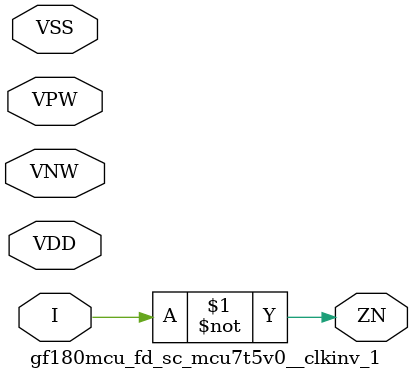
<source format=v>

module gf180mcu_fd_sc_mcu7t5v0__antenna (
    input I,
    inout VDD,
    inout VNW,
    inout VPW,
    inout VSS
);
endmodule

module gf180mcu_fd_sc_mcu7t5v0__fillcap_4 (
    inout VDD,
    inout VNW,
    inout VPW,
    inout VSS
);
endmodule

module gf180mcu_fd_sc_mcu7t5v0__fillcap_8 (
    inout VDD,
    inout VNW,
    inout VPW,
    inout VSS
);
endmodule

module gf180mcu_fd_sc_mcu7t5v0__fillcap_16 (
    inout VDD,
    inout VNW,
    inout VPW,
    inout VSS
);
endmodule

module gf180mcu_fd_sc_mcu7t5v0__fillcap_32 (
    inout VDD,
    inout VNW,
    inout VPW,
    inout VSS
);
endmodule

module gf180mcu_fd_sc_mcu7t5v0__fillcap_64 (
    inout VDD,
    inout VNW,
    inout VPW,
    inout VSS
);
endmodule

module gf180mcu_fd_sc_mcu7t5v0__fill_1 (
    inout VDD,
    inout VNW,
    inout VPW,
    inout VSS
);
endmodule

module gf180mcu_fd_sc_mcu7t5v0__fill_2 (
    inout VDD,
    inout VNW,
    inout VPW,
    inout VSS
);
endmodule

module gf180mcu_fd_sc_mcu7t5v0__endcap (
    inout VDD,
    inout VNW,
    inout VPW,
    inout VSS
);
endmodule

module gf180mcu_fd_sc_mcu7t5v0__filltie (
    inout VDD,
    inout VSS
);
endmodule

module gf180mcu_fd_sc_mcu7t5v0__and2_1 (
    input A1,
    input A2,
    output Z,
    inout VDD,
    inout VNW,
    inout VPW,
    inout VSS
);
    and #1 (Z, A1, A2);
endmodule

module gf180mcu_fd_sc_mcu7t5v0__xor2_1 (
    input A1,
    input A2,
    output Z,
    inout VDD,
    inout VNW,
    inout VPW,
    inout VSS
);
    xor #1 (Z, A1, A2);
endmodule

module gf180mcu_fd_sc_mcu7t5v0__dffq_1 (
    input D,
    input CLK,
    output Q,
    inout VDD,
    inout VNW,
    inout VPW,
    inout VSS
);
    reg Q1;
    
    always @(posedge CLK) begin
        Q1 <= D;
    end

    assign #1 Q = Q1;

endmodule

module gf180mcu_fd_sc_mcu7t5v0__dlyb_1 (
    input I,
    output Z,
    inout VDD,
    inout VNW,
    inout VPW,
    inout VSS
);
    buf #1 (Z, I);
endmodule

module gf180mcu_fd_sc_mcu7t5v0__buf_3 (
    input I,
    output Z,
    inout VDD,
    inout VNW,
    inout VPW,
    inout VSS
);
    buf #1 (Z, I);
endmodule

module gf180mcu_fd_sc_mcu7t5v0__clkbuf_1 (
    input I,
    output Z,
    inout VDD,
    inout VNW,
    inout VPW,
    inout VSS
);
    buf #1 (Z, I);
endmodule

module gf180mcu_fd_sc_mcu7t5v0__clkbuf_16 (
    input I,
    output Z,
    inout VDD,
    inout VNW,
    inout VPW,
    inout VSS
);
    buf #1 (Z, I);
endmodule

module gf180mcu_fd_sc_mcu7t5v0__clkinv_1 (
    input I,
    output ZN,
    inout VDD,
    inout VNW,
    inout VPW,
    inout VSS
);
    not #1 (ZN, I);
endmodule

</source>
